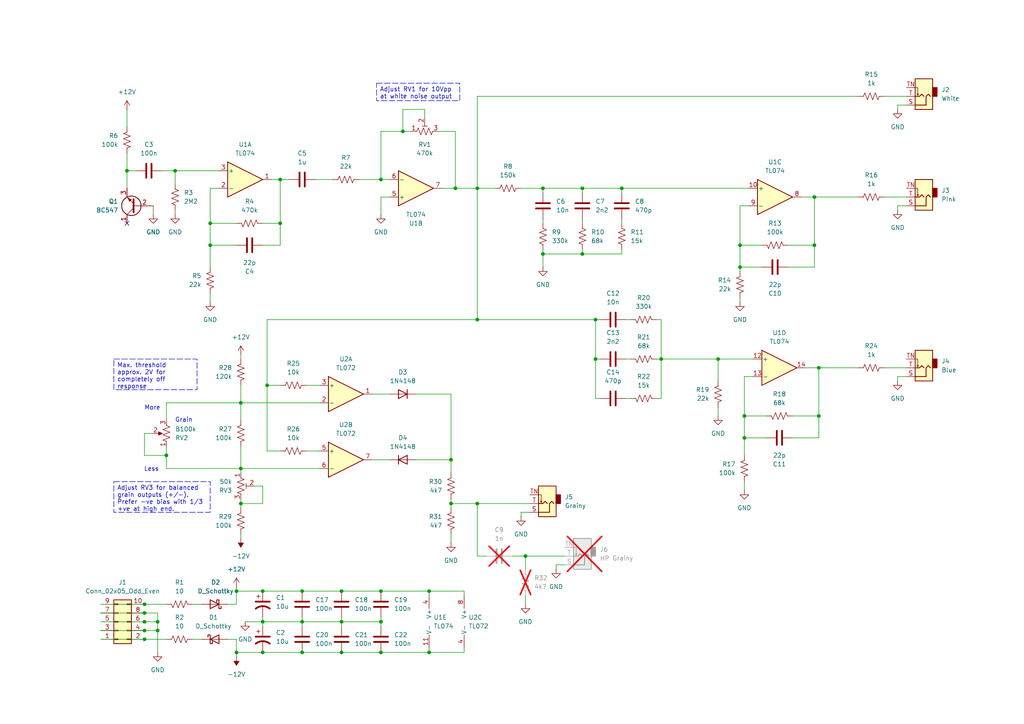
<source format=kicad_sch>
(kicad_sch (version 20231120) (generator "eeschema") (generator_version "8.0")
  (paper "A4")
  (title_block (title "Random Noise") (date "2025-03-09") (rev "1.1") (company "idyllm") (comment 1 "CC BY-SA 4.0") (comment 2 "References: MFOS, Eddy Bergman, Moritz Klein"))
  (lib_symbols
    (symbol "Amplifier_Operational:TL072" (pin_names (offset 0.127))
      (property "Reference" "U" (at 0 5.08 0))
      (property "Value" "TL072" (at 0 -5.08 0))
      (symbol "TL072_1_1"
        (pin output line (at 7.62 0 180) (length 2.54) (name "~") (number "1"))
        (pin input line (at -7.62 -2.54 0) (length 2.54) (name "-") (number "2"))
        (pin input line (at -7.62 2.54 0) (length 2.54) (name "+") (number "3"))
      )
      (symbol "TL072_2_1"
        (pin input line (at -7.62 2.54 0) (length 2.54) (name "+") (number "5"))
        (pin input line (at -7.62 -2.54 0) (length 2.54) (name "-") (number "6"))
        (pin output line (at 7.62 0 180) (length 2.54) (name "~") (number "7"))
      )
      (symbol "TL072_3_1"
        (pin power_in line (at -2.54 -7.62 90) (length 3.81) (name "V-") (number "4"))
        (pin power_in line (at -2.54 7.62 270) (length 3.81) (name "V+") (number "8"))
      )
    )
    (symbol "Amplifier_Operational:TL074" (pin_names (offset 0.127))
      (property "Reference" "U" (at 0 5.08 0))
      (property "Value" "TL074" (at 0 -5.08 0))
      (symbol "TL074_1_1"
        (pin output line (at 7.62 0 180) (length 2.54) (name "~") (number "1"))
        (pin input line (at -7.62 -2.54 0) (length 2.54) (name "-") (number "2"))
        (pin input line (at -7.62 2.54 0) (length 2.54) (name "+") (number "3"))
      )
      (symbol "TL074_2_1"
        (pin input line (at -7.62 2.54 0) (length 2.54) (name "+") (number "5"))
        (pin input line (at -7.62 -2.54 0) (length 2.54) (name "-") (number "6"))
        (pin output line (at 7.62 0 180) (length 2.54) (name "~") (number "7"))
      )
      (symbol "TL074_3_1"
        (pin input line (at -7.62 2.54 0) (length 2.54) (name "+") (number "10"))
        (pin output line (at 7.62 0 180) (length 2.54) (name "~") (number "8"))
        (pin input line (at -7.62 -2.54 0) (length 2.54) (name "-") (number "9"))
      )
      (symbol "TL074_4_1"
        (pin input line (at -7.62 2.54 0) (length 2.54) (name "+") (number "12"))
        (pin input line (at -7.62 -2.54 0) (length 2.54) (name "-") (number "13"))
        (pin output line (at 7.62 0 180) (length 2.54) (name "~") (number "14"))
      )
      (symbol "TL074_5_1"
        (pin power_in line (at -2.54 -7.62 90) (length 3.81) (name "V-") (number "11"))
        (pin power_in line (at -2.54 7.62 270) (length 3.81) (name "V+") (number "4"))
      )
    )
    (symbol "Connector_Audio:AudioJack2_SwitchT"
      (property "Reference" "J" (at 0 8.89 0))
      (property "Value" "AudioJack2_SwitchT" (at 0 6.35 0))
      (symbol "AudioJack2_SwitchT_1_1"
        (pin passive line (at 5.08 2.54 180) (length 2.54) (name "~") (number "S"))
        (pin passive line (at 5.08 0 180) (length 2.54) (name "~") (number "T"))
        (pin passive line (at 5.08 -2.54 180) (length 2.54) (name "~") (number "TN"))
      )
    )
    (symbol "Connector_Generic:Conn_02x05_Odd_Even" (pin_names (offset 1.016) hide)
      (property "Reference" "J" (at 1.27 7.62 0))
      (property "Value" "Conn_02x05_Odd_Even" (at 1.27 -7.62 0))
      (symbol "Conn_02x05_Odd_Even_1_1"
        (pin passive line (at -5.08 5.08 0) (length 3.81) (name "Pin_1") (number "1"))
        (pin passive line (at 7.62 -5.08 180) (length 3.81) (name "Pin_10") (number "10"))
        (pin passive line (at 7.62 5.08 180) (length 3.81) (name "Pin_2") (number "2"))
        (pin passive line (at -5.08 2.54 0) (length 3.81) (name "Pin_3") (number "3"))
        (pin passive line (at 7.62 2.54 180) (length 3.81) (name "Pin_4") (number "4"))
        (pin passive line (at -5.08 0 0) (length 3.81) (name "Pin_5") (number "5"))
        (pin passive line (at 7.62 0 180) (length 3.81) (name "Pin_6") (number "6"))
        (pin passive line (at -5.08 -2.54 0) (length 3.81) (name "Pin_7") (number "7"))
        (pin passive line (at 7.62 -2.54 180) (length 3.81) (name "Pin_8") (number "8"))
        (pin passive line (at -5.08 -5.08 0) (length 3.81) (name "Pin_9") (number "9"))
      )
    )
    (symbol "Device:C" (pin_numbers hide) (pin_names (offset 0.254))
      (property "Reference" "C" (at 0.635 2.54 0))
      (property "Value" "C" (at 0.635 -2.54 0))
      (symbol "C_1_1"
        (pin passive line (at 0 3.81 270) (length 2.794) (name "~") (number "1"))
        (pin passive line (at 0 -3.81 90) (length 2.794) (name "~") (number "2"))
      )
    )
    (symbol "Device:C_Polarized_US" (pin_numbers hide) (pin_names (offset 0.254) hide)
      (property "Reference" "C" (at 0.635 2.54 0))
      (property "Value" "C_Polarized_US" (at 0.635 -2.54 0))
      (symbol "C_Polarized_US_1_1"
        (pin passive line (at 0 3.81 270) (length 2.794) (name "~") (number "1"))
        (pin passive line (at 0 -3.81 90) (length 3.302) (name "~") (number "2"))
      )
    )
    (symbol "Device:D_Schottky" (pin_numbers hide) (pin_names (offset 1.016) hide)
      (property "Reference" "D" (at 0 2.54 0))
      (property "Value" "D_Schottky" (at 0 -2.54 0))
      (symbol "D_Schottky_1_1"
        (pin passive line (at -3.81 0 0) (length 2.54) (name "K") (number "1"))
        (pin passive line (at 3.81 0 180) (length 2.54) (name "A") (number "2"))
      )
    )
    (symbol "Device:R_Potentiometer_Trim_US" (pin_names (offset 1.016) hide)
      (property "Reference" "RV" (at -4.445 0 90))
      (property "Value" "R_Potentiometer_Trim_US" (at -2.54 0 90))
      (symbol "R_Potentiometer_Trim_US_1_1"
        (pin passive line (at 0 3.81 270) (length 1.27) (name "1") (number "1"))
        (pin passive line (at 3.81 0 180) (length 1.27) (name "2") (number "2"))
        (pin passive line (at 0 -3.81 90) (length 1.27) (name "3") (number "3"))
      )
    )
    (symbol "Device:R_Potentiometer_US" (pin_names (offset 1.016) hide)
      (property "Reference" "RV" (at -4.445 0 90))
      (property "Value" "R_Potentiometer_US" (at -2.54 0 90))
      (symbol "R_Potentiometer_US_1_1"
        (pin passive line (at 0 3.81 270) (length 1.27) (name "1") (number "1"))
        (pin passive line (at 3.81 0 180) (length 1.27) (name "2") (number "2"))
        (pin passive line (at 0 -3.81 90) (length 1.27) (name "3") (number "3"))
      )
    )
    (symbol "Device:R_US" (pin_numbers hide) (pin_names (offset 0))
      (property "Reference" "R" (at 2.54 0 90))
      (property "Value" "R_US" (at -2.54 0 90))
      (symbol "R_US_1_1"
        (pin passive line (at 0 3.81 270) (length 1.27) (name "~") (number "1"))
        (pin passive line (at 0 -3.81 90) (length 1.27) (name "~") (number "2"))
      )
    )
    (symbol "Diode:1N4148" (pin_numbers hide) (pin_names hide)
      (property "Reference" "D" (at 0 2.54 0))
      (property "Value" "1N4148" (at 0 -2.54 0))
      (symbol "1N4148_1_1"
        (pin passive line (at -3.81 0 0) (length 2.54) (name "K") (number "1"))
        (pin passive line (at 3.81 0 180) (length 2.54) (name "A") (number "2"))
      )
    )
    (symbol "Transistor_BJT:BC547" (pin_names (offset 0) hide)
      (property "Reference" "Q" (at 5.08 1.905 0))
      (property "Value" "BC547" (at 5.08 0 0))
      (symbol "BC547_1_1"
        (pin passive line (at 2.54 5.08 270) (length 2.54) (name "C") (number "1"))
        (pin input line (at -5.08 0 0) (length 5.08) (name "B") (number "2"))
        (pin passive line (at 2.54 -5.08 90) (length 2.54) (name "E") (number "3"))
      )
    )
    (symbol "power:+12V" (power) (pin_numbers hide) (pin_names (offset 0) hide)
      (property "Value" "+12V" (at 0 3.556 0))
      (symbol "+12V_1_1"
        (pin power_in line (at 0 0 90) (length 0) (name "~") (number "1"))
      )
    )
    (symbol "power:-12V" (power) (pin_numbers hide) (pin_names (offset 0) hide)
      (property "Value" "-12V" (at 0 3.556 0))
      (symbol "-12V_0_0"
        (pin power_in line (at 0 0 90) (length 0) (name "~") (number "1"))
      )
    )
    (symbol "power:GND" (power) (pin_numbers hide) (pin_names (offset 0) hide)
      (property "Value" "GND" (at 0 -3.81 0))
      (symbol "GND_1_1"
        (pin power_in line (at 0 0 270) (length 0) (name "~") (number "1"))
      )
    )
  )
  (junction (at 191.77 104.14))
  (junction (at 124.46 171.45))
  (junction (at 87.63 171.45))
  (junction (at 45.72 182.88))
  (junction (at 168.91 73.66))
  (junction (at 157.48 73.66))
  (junction (at 68.58 189.23))
  (junction (at 168.91 54.61))
  (junction (at 76.2 189.23))
  (junction (at 81.28 64.77))
  (junction (at 41.91 177.8))
  (junction (at 110.49 171.45))
  (junction (at 138.43 54.61))
  (junction (at 180.34 54.61))
  (junction (at 81.28 52.07))
  (junction (at 172.72 92.71))
  (junction (at 116.84 38.1))
  (junction (at 99.06 189.23))
  (junction (at 45.72 180.34))
  (junction (at 157.48 54.61))
  (junction (at 68.58 171.45))
  (junction (at 138.43 146.05))
  (junction (at 60.96 71.12))
  (junction (at 50.8 49.53))
  (junction (at 41.91 185.42))
  (junction (at 237.49 120.65))
  (junction (at 215.9 120.65))
  (junction (at 236.22 71.12))
  (junction (at 110.49 52.07))
  (junction (at 41.91 175.26))
  (junction (at 76.2 180.34))
  (junction (at 99.06 180.34))
  (junction (at 60.96 64.77))
  (junction (at 76.2 171.45))
  (junction (at 87.63 189.23))
  (junction (at 236.22 57.15))
  (junction (at 214.63 71.12))
  (junction (at 41.91 180.34))
  (junction (at 69.85 146.05))
  (junction (at 110.49 189.23))
  (junction (at 138.43 92.71))
  (junction (at 36.83 49.53))
  (junction (at 130.81 133.35))
  (junction (at 48.26 132.08))
  (junction (at 237.49 106.68))
  (junction (at 41.91 182.88))
  (junction (at 132.08 54.61))
  (junction (at 69.85 135.89))
  (junction (at 99.06 171.45))
  (junction (at 124.46 189.23))
  (junction (at 152.4 161.29))
  (junction (at 110.49 180.34))
  (junction (at 77.47 111.76))
  (junction (at 208.28 104.14))
  (junction (at 87.63 180.34))
  (junction (at 215.9 127))
  (junction (at 69.85 116.84))
  (junction (at 214.63 77.47))
  (junction (at 172.72 104.14))
  (junction (at 130.81 146.05))
  (no_connect (at 36.83 64.77))
  (wire (pts (xy 36.83 54.61) (xy 36.83 49.53)))
  (wire (pts (xy 69.85 111.76) (xy 69.85 116.84)))
  (wire (pts (xy 41.91 175.26) (xy 48.26 175.26)))
  (wire (pts (xy 45.72 180.34) (xy 45.72 177.8)))
  (wire (pts (xy 214.63 59.69) (xy 214.63 71.12)))
  (wire (pts (xy 181.61 92.71) (xy 182.88 92.71)))
  (wire (pts (xy 36.83 49.53) (xy 39.37 49.53)))
  (wire (pts (xy 180.34 73.66) (xy 180.34 72.39)))
  (wire (pts (xy 214.63 59.69) (xy 217.17 59.69)))
  (wire (pts (xy 68.58 171.45) (xy 68.58 170.18)))
  (wire (pts (xy 173.99 92.71) (xy 172.72 92.71)))
  (wire (pts (xy 68.58 189.23) (xy 76.2 189.23)))
  (wire (pts (xy 66.04 175.26) (xy 68.58 175.26)))
  (wire (pts (xy 215.9 109.22) (xy 215.9 120.65)))
  (wire (pts (xy 214.63 71.12) (xy 220.98 71.12)))
  (wire (pts (xy 124.46 189.23) (xy 110.49 189.23)))
  (wire (pts (xy 77.47 111.76) (xy 77.47 130.81)))
  (wire (pts (xy 71.12 180.34) (xy 76.2 180.34)))
  (wire (pts (xy 88.9 111.76) (xy 92.71 111.76)))
  (wire (pts (xy 152.4 161.29) (xy 152.4 165.1)))
  (wire (pts (xy 87.63 181.61) (xy 87.63 180.34)))
  (wire (pts (xy 232.41 57.15) (xy 236.22 57.15)))
  (wire (pts (xy 68.58 185.42) (xy 68.58 189.23)))
  (wire (pts (xy 191.77 92.71) (xy 191.77 104.14)))
  (wire (pts (xy 191.77 104.14) (xy 208.28 104.14)))
  (wire (pts (xy 130.81 146.05) (xy 138.43 146.05)))
  (wire (pts (xy 107.95 114.3) (xy 113.03 114.3)))
  (wire (pts (xy 110.49 62.23) (xy 110.49 57.15)))
  (wire (pts (xy 77.47 130.81) (xy 81.28 130.81)))
  (wire (pts (xy 55.88 185.42) (xy 58.42 185.42)))
  (wire (pts (xy 168.91 63.5) (xy 168.91 64.77)))
  (wire (pts (xy 76.2 140.97) (xy 76.2 146.05)))
  (wire (pts (xy 68.58 175.26) (xy 68.58 171.45)))
  (wire (pts (xy 237.49 106.68) (xy 233.68 106.68)))
  (wire (pts (xy 69.85 116.84) (xy 92.71 116.84)))
  (wire (pts (xy 116.84 31.75) (xy 116.84 38.1)))
  (wire (pts (xy 168.91 55.88) (xy 168.91 54.61)))
  (wire (pts (xy 180.34 55.88) (xy 180.34 54.61)))
  (wire (pts (xy 181.61 104.14) (xy 182.88 104.14)))
  (wire (pts (xy 138.43 92.71) (xy 172.72 92.71)))
  (wire (pts (xy 87.63 189.23) (xy 99.06 189.23)))
  (wire (pts (xy 218.44 109.22) (xy 215.9 109.22)))
  (wire (pts (xy 76.2 189.23) (xy 87.63 189.23)))
  (wire (pts (xy 76.2 64.77) (xy 81.28 64.77)))
  (wire (pts (xy 60.96 54.61) (xy 63.5 54.61)))
  (wire (pts (xy 41.91 180.34) (xy 45.72 180.34)))
  (wire (pts (xy 99.06 180.34) (xy 110.49 180.34)))
  (wire (pts (xy 60.96 64.77) (xy 68.58 64.77)))
  (wire (pts (xy 134.62 187.96) (xy 134.62 189.23)))
  (wire (pts (xy 110.49 179.07) (xy 110.49 180.34)))
  (wire (pts (xy 91.44 52.07) (xy 96.52 52.07)))
  (wire (pts (xy 191.77 115.57) (xy 190.5 115.57)))
  (wire (pts (xy 110.49 38.1) (xy 116.84 38.1)))
  (wire (pts (xy 44.45 62.23) (xy 44.45 59.69)))
  (wire (pts (xy 180.34 54.61) (xy 217.17 54.61)))
  (wire (pts (xy 48.26 132.08) (xy 48.26 129.54)))
  (wire (pts (xy 81.28 52.07) (xy 81.28 64.77)))
  (wire (pts (xy 87.63 171.45) (xy 99.06 171.45)))
  (wire (pts (xy 48.26 135.89) (xy 48.26 132.08)))
  (wire (pts (xy 236.22 57.15) (xy 248.92 57.15)))
  (wire (pts (xy 99.06 180.34) (xy 99.06 179.07)))
  (wire (pts (xy 116.84 31.75) (xy 123.19 31.75)))
  (wire (pts (xy 148.59 161.29) (xy 152.4 161.29)))
  (wire (pts (xy 140.97 161.29) (xy 138.43 161.29)))
  (wire (pts (xy 99.06 181.61) (xy 99.06 180.34)))
  (wire (pts (xy 60.96 87.63) (xy 60.96 85.09)))
  (wire (pts (xy 110.49 180.34) (xy 110.49 181.61)))
  (wire (pts (xy 151.13 148.59) (xy 151.13 149.86)))
  (wire (pts (xy 138.43 146.05) (xy 138.43 161.29)))
  (wire (pts (xy 256.54 57.15) (xy 262.89 57.15)))
  (wire (pts (xy 214.63 77.47) (xy 220.98 77.47)))
  (wire (pts (xy 157.48 73.66) (xy 168.91 73.66)))
  (wire (pts (xy 215.9 142.24) (xy 215.9 139.7)))
  (wire (pts (xy 76.2 146.05) (xy 69.85 146.05)))
  (wire (pts (xy 69.85 116.84) (xy 69.85 121.92)))
  (wire (pts (xy 237.49 120.65) (xy 237.49 127)))
  (wire (pts (xy 55.88 175.26) (xy 58.42 175.26)))
  (wire (pts (xy 46.99 49.53) (xy 50.8 49.53)))
  (wire (pts (xy 138.43 54.61) (xy 138.43 92.71)))
  (wire (pts (xy 48.26 121.92) (xy 48.26 116.84)))
  (wire (pts (xy 138.43 27.94) (xy 138.43 54.61)))
  (wire (pts (xy 134.62 172.72) (xy 134.62 171.45)))
  (wire (pts (xy 152.4 161.29) (xy 163.83 161.29)))
  (wire (pts (xy 110.49 52.07) (xy 113.03 52.07)))
  (wire (pts (xy 260.35 109.22) (xy 260.35 110.49)))
  (wire (pts (xy 215.9 127) (xy 222.25 127)))
  (wire (pts (xy 50.8 49.53) (xy 50.8 53.34)))
  (wire (pts (xy 134.62 189.23) (xy 124.46 189.23)))
  (wire (pts (xy 130.81 137.16) (xy 130.81 133.35)))
  (wire (pts (xy 132.08 54.61) (xy 128.27 54.61)))
  (wire (pts (xy 168.91 73.66) (xy 180.34 73.66)))
  (wire (pts (xy 68.58 189.23) (xy 68.58 190.5)))
  (wire (pts (xy 215.9 132.08) (xy 215.9 127)))
  (wire (pts (xy 50.8 49.53) (xy 63.5 49.53)))
  (wire (pts (xy 262.89 30.48) (xy 260.35 30.48)))
  (wire (pts (xy 256.54 27.94) (xy 262.89 27.94)))
  (wire (pts (xy 41.91 182.88) (xy 45.72 182.88)))
  (wire (pts (xy 41.91 125.73) (xy 41.91 132.08)))
  (wire (pts (xy 127 38.1) (xy 132.08 38.1)))
  (wire (pts (xy 69.85 135.89) (xy 92.71 135.89)))
  (wire (pts (xy 73.66 140.97) (xy 76.2 140.97)))
  (wire (pts (xy 45.72 177.8) (xy 41.91 177.8)))
  (wire (pts (xy 36.83 31.75) (xy 36.83 36.83)))
  (wire (pts (xy 229.87 127) (xy 237.49 127)))
  (wire (pts (xy 81.28 52.07) (xy 78.74 52.07)))
  (wire (pts (xy 237.49 106.68) (xy 237.49 120.65)))
  (wire (pts (xy 110.49 57.15) (xy 113.03 57.15)))
  (wire (pts (xy 157.48 54.61) (xy 168.91 54.61)))
  (wire (pts (xy 163.83 163.83) (xy 161.29 163.83)))
  (wire (pts (xy 77.47 111.76) (xy 81.28 111.76)))
  (wire (pts (xy 76.2 180.34) (xy 87.63 180.34)))
  (wire (pts (xy 168.91 73.66) (xy 168.91 72.39)))
  (wire (pts (xy 29.21 180.34) (xy 41.91 180.34)))
  (wire (pts (xy 87.63 180.34) (xy 87.63 179.07)))
  (wire (pts (xy 237.49 106.68) (xy 248.92 106.68)))
  (wire (pts (xy 124.46 171.45) (xy 134.62 171.45)))
  (wire (pts (xy 130.81 144.78) (xy 130.81 146.05)))
  (wire (pts (xy 110.49 171.45) (xy 124.46 171.45)))
  (wire (pts (xy 69.85 102.87) (xy 69.85 104.14)))
  (wire (pts (xy 124.46 187.96) (xy 124.46 189.23)))
  (wire (pts (xy 228.6 71.12) (xy 236.22 71.12)))
  (wire (pts (xy 45.72 182.88) (xy 45.72 180.34)))
  (wire (pts (xy 248.92 27.94) (xy 138.43 27.94)))
  (wire (pts (xy 66.04 185.42) (xy 68.58 185.42)))
  (wire (pts (xy 48.26 135.89) (xy 69.85 135.89)))
  (wire (pts (xy 130.81 133.35) (xy 130.81 114.3)))
  (wire (pts (xy 260.35 30.48) (xy 260.35 31.75)))
  (wire (pts (xy 123.19 31.75) (xy 123.19 34.29)))
  (wire (pts (xy 68.58 171.45) (xy 76.2 171.45)))
  (wire (pts (xy 36.83 44.45) (xy 36.83 49.53)))
  (wire (pts (xy 157.48 63.5) (xy 157.48 64.77)))
  (wire (pts (xy 157.48 73.66) (xy 157.48 72.39)))
  (wire (pts (xy 69.85 156.21) (xy 69.85 154.94)))
  (wire (pts (xy 116.84 38.1) (xy 119.38 38.1)))
  (wire (pts (xy 99.06 171.45) (xy 110.49 171.45)))
  (wire (pts (xy 29.21 177.8) (xy 41.91 177.8)))
  (wire (pts (xy 60.96 71.12) (xy 68.58 71.12)))
  (wire (pts (xy 172.72 104.14) (xy 172.72 115.57)))
  (wire (pts (xy 181.61 115.57) (xy 182.88 115.57)))
  (wire (pts (xy 214.63 78.74) (xy 214.63 77.47)))
  (wire (pts (xy 215.9 127) (xy 215.9 120.65)))
  (wire (pts (xy 60.96 54.61) (xy 60.96 64.77)))
  (wire (pts (xy 260.35 59.69) (xy 260.35 60.96)))
  (wire (pts (xy 208.28 104.14) (xy 208.28 110.49)))
  (wire (pts (xy 120.65 133.35) (xy 130.81 133.35)))
  (wire (pts (xy 215.9 120.65) (xy 222.25 120.65)))
  (wire (pts (xy 236.22 57.15) (xy 236.22 71.12)))
  (wire (pts (xy 76.2 71.12) (xy 81.28 71.12)))
  (wire (pts (xy 69.85 129.54) (xy 69.85 135.89)))
  (wire (pts (xy 130.81 157.48) (xy 130.81 154.94)))
  (wire (pts (xy 69.85 144.78) (xy 69.85 146.05)))
  (wire (pts (xy 44.45 125.73) (xy 41.91 125.73)))
  (wire (pts (xy 124.46 171.45) (xy 124.46 172.72)))
  (wire (pts (xy 173.99 115.57) (xy 172.72 115.57)))
  (wire (pts (xy 69.85 147.32) (xy 69.85 146.05)))
  (wire (pts (xy 191.77 104.14) (xy 190.5 104.14)))
  (wire (pts (xy 88.9 130.81) (xy 92.71 130.81)))
  (wire (pts (xy 110.49 52.07) (xy 110.49 38.1)))
  (wire (pts (xy 151.13 54.61) (xy 157.48 54.61)))
  (wire (pts (xy 107.95 133.35) (xy 113.03 133.35)))
  (wire (pts (xy 81.28 52.07) (xy 83.82 52.07)))
  (wire (pts (xy 214.63 77.47) (xy 214.63 71.12)))
  (wire (pts (xy 41.91 132.08) (xy 48.26 132.08)))
  (wire (pts (xy 152.4 175.26) (xy 152.4 172.72)))
  (wire (pts (xy 172.72 92.71) (xy 172.72 104.14)))
  (wire (pts (xy 208.28 104.14) (xy 218.44 104.14)))
  (wire (pts (xy 50.8 62.23) (xy 50.8 60.96)))
  (wire (pts (xy 173.99 104.14) (xy 172.72 104.14)))
  (wire (pts (xy 236.22 71.12) (xy 236.22 77.47)))
  (wire (pts (xy 60.96 71.12) (xy 60.96 77.47)))
  (wire (pts (xy 99.06 189.23) (xy 110.49 189.23)))
  (wire (pts (xy 132.08 38.1) (xy 132.08 54.61)))
  (wire (pts (xy 161.29 163.83) (xy 161.29 165.1)))
  (wire (pts (xy 45.72 189.23) (xy 45.72 182.88)))
  (wire (pts (xy 29.21 182.88) (xy 41.91 182.88)))
  (wire (pts (xy 208.28 120.65) (xy 208.28 118.11)))
  (wire (pts (xy 104.14 52.07) (xy 110.49 52.07)))
  (wire (pts (xy 256.54 106.68) (xy 262.89 106.68)))
  (wire (pts (xy 228.6 77.47) (xy 236.22 77.47)))
  (wire (pts (xy 29.21 185.42) (xy 41.91 185.42)))
  (wire (pts (xy 81.28 71.12) (xy 81.28 64.77)))
  (wire (pts (xy 77.47 92.71) (xy 77.47 111.76)))
  (wire (pts (xy 191.77 104.14) (xy 191.77 115.57)))
  (wire (pts (xy 76.2 171.45) (xy 87.63 171.45)))
  (wire (pts (xy 143.51 54.61) (xy 138.43 54.61)))
  (wire (pts (xy 138.43 54.61) (xy 132.08 54.61)))
  (wire (pts (xy 48.26 116.84) (xy 69.85 116.84)))
  (wire (pts (xy 262.89 59.69) (xy 260.35 59.69)))
  (wire (pts (xy 87.63 180.34) (xy 99.06 180.34)))
  (wire (pts (xy 180.34 63.5) (xy 180.34 64.77)))
  (wire (pts (xy 76.2 180.34) (xy 76.2 181.61)))
  (wire (pts (xy 60.96 71.12) (xy 60.96 64.77)))
  (wire (pts (xy 157.48 77.47) (xy 157.48 73.66)))
  (wire (pts (xy 130.81 114.3) (xy 120.65 114.3)))
  (wire (pts (xy 229.87 120.65) (xy 237.49 120.65)))
  (wire (pts (xy 157.48 55.88) (xy 157.48 54.61)))
  (wire (pts (xy 262.89 109.22) (xy 260.35 109.22)))
  (wire (pts (xy 168.91 54.61) (xy 180.34 54.61)))
  (wire (pts (xy 29.21 175.26) (xy 41.91 175.26)))
  (wire (pts (xy 41.91 185.42) (xy 48.26 185.42)))
  (wire (pts (xy 69.85 135.89) (xy 69.85 137.16)))
  (wire (pts (xy 138.43 146.05) (xy 153.67 146.05)))
  (wire (pts (xy 76.2 179.07) (xy 76.2 180.34)))
  (wire (pts (xy 153.67 148.59) (xy 151.13 148.59)))
  (wire (pts (xy 214.63 87.63) (xy 214.63 86.36)))
  (wire (pts (xy 138.43 92.71) (xy 77.47 92.71)))
  (wire (pts (xy 130.81 146.05) (xy 130.81 147.32)))
  (wire (pts (xy 191.77 92.71) (xy 190.5 92.71)))
  (text_box "Adjust RV1 for 10Vpp at white noise output" (at 109.22 24.13 0) (size 24.13 5.08) (stroke (width 0) (type dash)) (effects (font (size 1.27 1.27)) (justify left top)))
  (text_box "Max. threshold approx. 2V for completely off response" (at 33.02 104.14 0) (size 24.13 8.89) (stroke (width 0) (type dash)) (effects (font (size 1.27 1.27)) (justify left top)))
  (text_box "Adjust RV3 for balanced grain outputs (+/-).\nPrefer -ve bias with 1/3 +ve at high end." (at 33.02 139.7 0) (size 27.94 8.89) (stroke (width 0) (type dash)) (effects (font (size 1.27 1.27)) (justify left top)))
  (text "Grain" (at 53.34 121.92 0) (effects (font (size 1.27 1.27))))
  (text "More" (at 44.196 118.364 0) (effects (font (size 1.27 1.27))))
  (text "Less" (at 43.942 136.144 0) (effects (font (size 1.27 1.27))))
  (symbol (lib_id "power:-12V") (at 69.85 156.21 180) (unit 1)
    (property "Reference" "#PWR018" (effects (hide yes)))
    (property "Value" "-12V" (at 69.85 161.29 0))
    (property "Description" "Power symbol creates a global label with name \"-12V\"" (effects (hide yes)))
  )
  (symbol (lib_id "Diode:1N4148") (at 116.84 133.35 0) (unit 1)
    (property "Reference" "D4" (at 116.84 127 0))
    (property "Value" "1N4148" (at 116.84 129.54 0))
    (property "Footprint" "Diode_THT:D_DO-35_SOD27_P7.62mm_Horizontal" (effects (hide yes)))
    (property "Datasheet" "https://assets.nexperia.com/documents/data-sheet/1N4148_1N4448.pdf" (effects (hide yes)))
    (property "Description" "100V 0.15A standard switching diode, DO-35" (effects (hide yes)))
    (property "Sim.Device" "D" (effects (hide yes)))
    (property "Sim.Pins" "1=K 2=A" (effects (hide yes)))
  )
  (symbol (lib_id "Device:R_US") (at 100.33 52.07 90) (unit 1)
    (property "Reference" "R7" (at 100.33 45.72 90))
    (property "Value" "22k" (at 100.33 48.26 90))
    (property "Footprint" "Resistor_THT:R_Axial_DIN0204_L3.6mm_D1.6mm_P2.54mm_Vertical" (effects (hide yes)))
    (property "Description" "Resistor, US symbol" (effects (hide yes)))
  )
  (symbol (lib_id "power:+12V") (at 68.58 170.18 0) (unit 1)
    (property "Reference" "#PWR03" (effects (hide yes)))
    (property "Value" "+12V" (at 68.58 165.1 0))
    (property "Description" "Power symbol creates a global label with name \"+12V\"" (effects (hide yes)))
  )
  (symbol (lib_id "Device:C") (at 110.49 185.42 180) (unit 1)
    (property "Reference" "C22" (at 114.3 184.1499 0) (effects (justify right)))
    (property "Value" "100n" (at 114.3 186.6899 0) (effects (justify right)))
    (property "Footprint" "Capacitor_THT:C_Disc_D5.0mm_W2.5mm_P5.00mm" (effects (hide yes)))
    (property "Description" "Unpolarized capacitor" (effects (hide yes)))
  )
  (symbol (lib_id "Connector_Audio:AudioJack2_SwitchT") (at 168.91 161.29 180) (unit 1) (dnp yes)
    (property "Reference" "J6" (at 173.99 159.3849 0) (effects (justify right)))
    (property "Value" "HP Grainy" (at 173.99 161.9249 0) (effects (justify right)))
    (property "Footprint" "AudioJacks:Jack_3.5mm_QingPu_WQP-PJ323M_Horizontal" (effects (hide yes)))
    (property "Description" "Audio Jack, 2 Poles (Mono / TS), Switched T Pole (Normalling)" (effects (hide yes)))
  )
  (symbol (lib_id "Device:C") (at 99.06 175.26 180) (unit 1)
    (property "Reference" "C18" (at 102.87 173.9899 0) (effects (justify right)))
    (property "Value" "100n" (at 102.87 176.5299 0) (effects (justify right)))
    (property "Footprint" "Capacitor_THT:C_Disc_D5.0mm_W2.5mm_P5.00mm" (effects (hide yes)))
    (property "Description" "Unpolarized capacitor" (effects (hide yes)))
  )
  (symbol (lib_id "Device:D_Schottky") (at 62.23 185.42 0) (unit 1)
    (property "Reference" "D1" (at 61.9125 179.07 0))
    (property "Value" "D_Schottky" (at 61.9125 181.61 0))
    (property "Footprint" "Diode_THT:D_DO-41_SOD81_P3.81mm_Vertical_AnodeUp" (effects (hide yes)))
    (property "Description" "Schottky diode" (effects (hide yes)))
  )
  (symbol (lib_id "Device:C") (at 43.18 49.53 90) (unit 1)
    (property "Reference" "C3" (at 43.18 41.91 90))
    (property "Value" "100n" (at 43.18 44.45 90))
    (property "Footprint" "Capacitor_THT:C_Disc_D5.0mm_W2.5mm_P5.00mm" (effects (hide yes)))
    (property "Description" "Unpolarized capacitor" (effects (hide yes)))
  )
  (symbol (lib_id "power:GND") (at 157.48 77.47 0) (unit 1)
    (property "Reference" "#PWR010" (effects (hide yes)))
    (property "Value" "GND" (at 157.48 82.55 0))
    (property "Description" "Power symbol creates a global label with name \"GND\" , ground" (effects (hide yes)))
  )
  (symbol (lib_id "Device:C") (at 87.63 185.42 180) (unit 1)
    (property "Reference" "C20" (at 91.44 184.1499 0) (effects (justify right)))
    (property "Value" "100n" (at 91.44 186.6899 0) (effects (justify right)))
    (property "Footprint" "Capacitor_THT:C_Disc_D5.0mm_W2.5mm_P5.00mm" (effects (hide yes)))
    (property "Description" "Unpolarized capacitor" (effects (hide yes)))
  )
  (symbol (lib_id "Amplifier_Operational:TL072") (at 100.33 133.35 0) (unit 2)
    (property "Reference" "U2" (at 100.33 123.19 0))
    (property "Value" "TL072" (at 100.33 125.73 0))
    (property "Footprint" "Package_DIP:DIP-8_W7.62mm_Socket" (effects (hide yes)))
    (property "Datasheet" "http://www.ti.com/lit/ds/symlink/tl071.pdf" (effects (hide yes)))
    (property "Description" "Dual Low-Noise JFET-Input Operational Amplifiers, DIP-8/SOIC-8" (effects (hide yes)))
  )
  (symbol (lib_id "Device:R_US") (at 152.4 168.91 0) (unit 1) (dnp yes)
    (property "Reference" "R32" (at 154.94 167.6399 0) (effects (justify left)))
    (property "Value" "4k7" (at 154.94 170.1799 0) (effects (justify left)))
    (property "Footprint" "Resistor_THT:R_Axial_DIN0204_L3.6mm_D1.6mm_P2.54mm_Vertical" (effects (hide yes)))
    (property "Description" "Resistor, US symbol" (effects (hide yes)))
  )
  (symbol (lib_id "power:GND") (at 151.13 149.86 0) (unit 1)
    (property "Reference" "#PWR019" (effects (hide yes)))
    (property "Value" "GND" (at 151.13 154.94 0))
    (property "Description" "Power symbol creates a global label with name \"GND\" , ground" (effects (hide yes)))
  )
  (symbol (lib_id "Device:C") (at 87.63 175.26 180) (unit 1)
    (property "Reference" "C17" (at 91.44 173.9899 0) (effects (justify right)))
    (property "Value" "100n" (at 91.44 176.5299 0) (effects (justify right)))
    (property "Footprint" "Capacitor_THT:C_Disc_D5.0mm_W2.5mm_P5.00mm" (effects (hide yes)))
    (property "Description" "Unpolarized capacitor" (effects (hide yes)))
  )
  (symbol (lib_id "Device:R_US") (at 69.85 107.95 0) (mirror y) (unit 1)
    (property "Reference" "R28" (at 67.31 106.6799 0) (effects (justify left)))
    (property "Value" "120k" (at 67.31 109.2199 0) (effects (justify left)))
    (property "Footprint" "Resistor_THT:R_Axial_DIN0204_L3.6mm_D1.6mm_P7.62mm_Horizontal" (effects (hide yes)))
    (property "Description" "Resistor, US symbol" (effects (hide yes)))
  )
  (symbol (lib_id "Device:C") (at 87.63 52.07 90) (unit 1)
    (property "Reference" "C5" (at 87.63 44.45 90))
    (property "Value" "1u" (at 87.63 46.99 90))
    (property "Footprint" "Capacitor_THT:C_Disc_D5.0mm_W2.5mm_P5.00mm" (effects (hide yes)))
    (property "Description" "Unpolarized capacitor" (effects (hide yes)))
  )
  (symbol (lib_id "Amplifier_Operational:TL074") (at 127 180.34 0) (unit 5)
    (property "Reference" "U1" (at 125.73 179.0699 0) (effects (justify left)))
    (property "Value" "TL074" (at 125.73 181.6099 0) (effects (justify left)))
    (property "Footprint" "Package_DIP:DIP-14_W7.62mm_Socket" (effects (hide yes)))
    (property "Datasheet" "http://www.ti.com/lit/ds/symlink/tl071.pdf" (effects (hide yes)))
    (property "Description" "Quad Low-Noise JFET-Input Operational Amplifiers, DIP-14/SOIC-14" (effects (hide yes)))
  )
  (symbol (lib_id "Device:R_US") (at 147.32 54.61 90) (unit 1)
    (property "Reference" "R8" (at 147.32 48.26 90))
    (property "Value" "150k" (at 147.32 50.8 90))
    (property "Footprint" "Resistor_THT:R_Axial_DIN0204_L3.6mm_D1.6mm_P2.54mm_Vertical" (effects (hide yes)))
    (property "Description" "Resistor, US symbol" (effects (hide yes)))
  )
  (symbol (lib_id "Device:R_US") (at 69.85 125.73 0) (mirror y) (unit 1)
    (property "Reference" "R27" (at 67.31 124.4599 0) (effects (justify left)))
    (property "Value" "100k" (at 67.31 126.9999 0) (effects (justify left)))
    (property "Footprint" "Resistor_THT:R_Axial_DIN0207_L6.3mm_D2.5mm_P10.16mm_Horizontal" (effects (hide yes)))
    (property "Description" "Resistor, US symbol" (effects (hide yes)))
  )
  (symbol (lib_id "Amplifier_Operational:TL074") (at 71.12 52.07 0) (unit 1)
    (property "Reference" "U1" (at 71.12 41.91 0))
    (property "Value" "TL074" (at 71.12 44.45 0))
    (property "Footprint" "Package_DIP:DIP-14_W7.62mm_Socket" (effects (hide yes)))
    (property "Datasheet" "http://www.ti.com/lit/ds/symlink/tl071.pdf" (effects (hide yes)))
    (property "Description" "Quad Low-Noise JFET-Input Operational Amplifiers, DIP-14/SOIC-14" (effects (hide yes)))
  )
  (symbol (lib_id "Device:R_Potentiometer_Trim_US") (at 69.85 140.97 0) (unit 1)
    (property "Reference" "RV3" (at 67.31 142.2401 0) (effects (justify right)))
    (property "Value" "50k" (at 67.31 139.7001 0) (effects (justify right)))
    (property "Footprint" "Potentiometer_THT:Potentiometer_Piher_PT-6-V_Vertical" (effects (hide yes)))
    (property "Description" "Trim-potentiometer, US symbol" (effects (hide yes)))
  )
  (symbol (lib_id "Connector_Audio:AudioJack2_SwitchT") (at 267.97 57.15 180) (unit 1)
    (property "Reference" "J3" (at 273.05 55.2449 0) (effects (justify right)))
    (property "Value" "Pink" (at 273.05 57.7849 0) (effects (justify right)))
    (property "Footprint" "AudioJacks:Jack_3.5mm_QingPu_WQP-PJ323M_Horizontal" (effects (hide yes)))
    (property "Description" "Audio Jack, 2 Poles (Mono / TS), Switched T Pole (Normalling)" (effects (hide yes)))
  )
  (symbol (lib_id "Device:C") (at 144.78 161.29 270) (mirror x) (unit 1) (dnp yes)
    (property "Reference" "C9" (at 144.78 153.67 90))
    (property "Value" "1n" (at 144.78 156.21 90))
    (property "Footprint" "Capacitor_THT:C_Rect_L7.0mm_W3.5mm_P5.00mm" (effects (hide yes)))
    (property "Description" "Unpolarized capacitor" (effects (hide yes)))
  )
  (symbol (lib_id "Device:C") (at 72.39 71.12 90) (mirror x) (unit 1)
    (property "Reference" "C4" (at 72.39 78.74 90))
    (property "Value" "22p" (at 72.39 76.2 90))
    (property "Footprint" "Capacitor_THT:C_Disc_D5.0mm_W2.5mm_P5.00mm" (effects (hide yes)))
    (property "Description" "Unpolarized capacitor" (effects (hide yes)))
  )
  (symbol (lib_id "Device:R_US") (at 50.8 57.15 0) (unit 1)
    (property "Reference" "R3" (at 53.34 55.8799 0) (effects (justify left)))
    (property "Value" "2M2" (at 53.34 58.4199 0) (effects (justify left)))
    (property "Footprint" "Resistor_THT:R_Axial_DIN0204_L3.6mm_D1.6mm_P2.54mm_Vertical" (effects (hide yes)))
    (property "Description" "Resistor, US symbol" (effects (hide yes)))
  )
  (symbol (lib_id "power:GND") (at 214.63 87.63 0) (unit 1)
    (property "Reference" "#PWR011" (effects (hide yes)))
    (property "Value" "GND" (at 214.63 92.71 0))
    (property "Description" "Power symbol creates a global label with name \"GND\" , ground" (effects (hide yes)))
  )
  (symbol (lib_id "Device:R_US") (at 85.09 130.81 90) (unit 1)
    (property "Reference" "R26" (at 85.09 124.46 90))
    (property "Value" "10k" (at 85.09 127 90))
    (property "Footprint" "Resistor_THT:R_Axial_DIN0204_L3.6mm_D1.6mm_P2.54mm_Vertical" (effects (hide yes)))
    (property "Description" "Resistor, US symbol" (effects (hide yes)))
  )
  (symbol (lib_id "Device:C") (at 177.8 115.57 270) (mirror x) (unit 1)
    (property "Reference" "C14" (at 177.8 107.95 90))
    (property "Value" "470p" (at 177.8 110.49 90))
    (property "Footprint" "Capacitor_THT:C_Disc_D4.7mm_W2.5mm_P5.00mm" (effects (hide yes)))
    (property "Description" "Unpolarized capacitor" (effects (hide yes)))
  )
  (symbol (lib_id "Amplifier_Operational:TL072") (at 137.16 180.34 0) (unit 3)
    (property "Reference" "U2" (at 135.89 179.0699 0) (effects (justify left)))
    (property "Value" "TL072" (at 135.89 181.6099 0) (effects (justify left)))
    (property "Footprint" "Package_DIP:DIP-8_W7.62mm_Socket" (effects (hide yes)))
    (property "Datasheet" "http://www.ti.com/lit/ds/symlink/tl071.pdf" (effects (hide yes)))
    (property "Description" "Dual Low-Noise JFET-Input Operational Amplifiers, DIP-8/SOIC-8" (effects (hide yes)))
  )
  (symbol (lib_id "Device:C_Polarized_US") (at 76.2 175.26 0) (unit 1)
    (property "Reference" "C1" (at 80.01 173.3549 0) (effects (justify left)))
    (property "Value" "10u" (at 80.01 175.8949 0) (effects (justify left)))
    (property "Footprint" "Capacitor_THT:CP_Radial_D5.0mm_P2.50mm" (effects (hide yes)))
    (property "Description" "Polarized capacitor, US symbol" (effects (hide yes)))
  )
  (symbol (lib_id "Amplifier_Operational:TL072") (at 100.33 114.3 0) (unit 1)
    (property "Reference" "U2" (at 100.33 104.14 0))
    (property "Value" "TL072" (at 100.33 106.68 0))
    (property "Footprint" "Package_DIP:DIP-8_W7.62mm_Socket" (effects (hide yes)))
    (property "Datasheet" "http://www.ti.com/lit/ds/symlink/tl071.pdf" (effects (hide yes)))
    (property "Description" "Dual Low-Noise JFET-Input Operational Amplifiers, DIP-8/SOIC-8" (effects (hide yes)))
  )
  (symbol (lib_id "power:GND") (at 110.49 62.23 0) (unit 1)
    (property "Reference" "#PWR09" (effects (hide yes)))
    (property "Value" "GND" (at 110.49 67.31 0))
    (property "Description" "Power symbol creates a global label with name \"GND\" , ground" (effects (hide yes)))
  )
  (symbol (lib_id "Device:R_US") (at 72.39 64.77 90) (mirror x) (unit 1)
    (property "Reference" "R4" (at 72.39 58.42 90))
    (property "Value" "470k" (at 72.39 60.96 90))
    (property "Footprint" "Resistor_THT:R_Axial_DIN0204_L3.6mm_D1.6mm_P2.54mm_Vertical" (effects (hide yes)))
    (property "Description" "Resistor, US symbol" (effects (hide yes)))
  )
  (symbol (lib_id "power:GND") (at 45.72 189.23 0) (unit 1)
    (property "Reference" "#PWR02" (effects (hide yes)))
    (property "Value" "GND" (at 45.72 194.31 0))
    (property "Description" "Power symbol creates a global label with name \"GND\" , ground" (effects (hide yes)))
  )
  (symbol (lib_id "Device:C") (at 180.34 59.69 180) (unit 1)
    (property "Reference" "C8" (at 184.15 58.4199 0) (effects (justify right)))
    (property "Value" "470p" (at 184.15 60.9599 0) (effects (justify right)))
    (property "Footprint" "Capacitor_THT:C_Disc_D4.7mm_W2.5mm_P5.00mm" (effects (hide yes)))
    (property "Description" "Unpolarized capacitor" (effects (hide yes)))
  )
  (symbol (lib_id "Device:C") (at 177.8 92.71 270) (mirror x) (unit 1)
    (property "Reference" "C12" (at 177.8 85.09 90))
    (property "Value" "10n" (at 177.8 87.63 90))
    (property "Footprint" "Capacitor_THT:C_Rect_L7.0mm_W3.5mm_P5.00mm" (effects (hide yes)))
    (property "Description" "Unpolarized capacitor" (effects (hide yes)))
  )
  (symbol (lib_id "Connector_Audio:AudioJack2_SwitchT") (at 267.97 106.68 180) (unit 1)
    (property "Reference" "J4" (at 273.05 104.7749 0) (effects (justify right)))
    (property "Value" "Blue" (at 273.05 107.3149 0) (effects (justify right)))
    (property "Footprint" "AudioJacks:Jack_3.5mm_QingPu_WQP-PJ323M_Horizontal" (effects (hide yes)))
    (property "Description" "Audio Jack, 2 Poles (Mono / TS), Switched T Pole (Normalling)" (effects (hide yes)))
  )
  (symbol (lib_id "power:GND") (at 50.8 62.23 0) (unit 1)
    (property "Reference" "#PWR06" (effects (hide yes)))
    (property "Value" "GND" (at 50.8 67.31 0))
    (property "Description" "Power symbol creates a global label with name \"GND\" , ground" (effects (hide yes)))
  )
  (symbol (lib_id "Diode:1N4148") (at 116.84 114.3 180) (unit 1)
    (property "Reference" "D3" (at 116.84 107.95 0))
    (property "Value" "1N4148" (at 116.84 110.49 0))
    (property "Footprint" "Diode_THT:D_DO-35_SOD27_P7.62mm_Horizontal" (effects (hide yes)))
    (property "Datasheet" "https://assets.nexperia.com/documents/data-sheet/1N4148_1N4448.pdf" (effects (hide yes)))
    (property "Description" "100V 0.15A standard switching diode, DO-35" (effects (hide yes)))
    (property "Sim.Device" "D" (effects (hide yes)))
    (property "Sim.Pins" "1=K 2=A" (effects (hide yes)))
  )
  (symbol (lib_id "power:GND") (at 161.29 165.1 0) (unit 1)
    (property "Reference" "#PWR022" (effects (hide yes)))
    (property "Value" "GND" (at 161.29 170.18 0))
    (property "Description" "Power symbol creates a global label with name \"GND\" , ground" (effects (hide yes)))
  )
  (symbol (lib_id "Device:D_Schottky") (at 62.23 175.26 180) (unit 1)
    (property "Reference" "D2" (at 62.5475 168.91 0))
    (property "Value" "D_Schottky" (at 62.5475 171.45 0))
    (property "Footprint" "Diode_THT:D_DO-41_SOD81_P3.81mm_Vertical_AnodeUp" (effects (hide yes)))
    (property "Description" "Schottky diode" (effects (hide yes)))
  )
  (symbol (lib_id "Amplifier_Operational:TL074") (at 224.79 57.15 0) (unit 3)
    (property "Reference" "U1" (at 224.79 46.99 0))
    (property "Value" "TL074" (at 224.79 49.53 0))
    (property "Footprint" "Package_DIP:DIP-14_W7.62mm_Socket" (effects (hide yes)))
    (property "Datasheet" "http://www.ti.com/lit/ds/symlink/tl071.pdf" (effects (hide yes)))
    (property "Description" "Quad Low-Noise JFET-Input Operational Amplifiers, DIP-14/SOIC-14" (effects (hide yes)))
  )
  (symbol (lib_id "Device:R_US") (at 157.48 68.58 0) (unit 1)
    (property "Reference" "R9" (at 160.02 67.3099 0) (effects (justify left)))
    (property "Value" "330k" (at 160.02 69.8499 0) (effects (justify left)))
    (property "Footprint" "Resistor_THT:R_Axial_DIN0204_L3.6mm_D1.6mm_P2.54mm_Vertical" (effects (hide yes)))
    (property "Description" "Resistor, US symbol" (effects (hide yes)))
  )
  (symbol (lib_id "Device:R_US") (at 208.28 114.3 0) (mirror y) (unit 1)
    (property "Reference" "R19" (at 205.74 113.0299 0) (effects (justify left)))
    (property "Value" "22k" (at 205.74 115.5699 0) (effects (justify left)))
    (property "Footprint" "Resistor_THT:R_Axial_DIN0204_L3.6mm_D1.6mm_P2.54mm_Vertical" (effects (hide yes)))
    (property "Description" "Resistor, US symbol" (effects (hide yes)))
  )
  (symbol (lib_id "power:+12V") (at 69.85 102.87 0) (unit 1)
    (property "Reference" "#PWR017" (effects (hide yes)))
    (property "Value" "+12V" (at 69.85 97.79 0))
    (property "Description" "Power symbol creates a global label with name \"+12V\"" (effects (hide yes)))
  )
  (symbol (lib_id "Device:R_US") (at 224.79 71.12 90) (mirror x) (unit 1)
    (property "Reference" "R13" (at 224.79 64.77 90))
    (property "Value" "100k" (at 224.79 67.31 90))
    (property "Footprint" "Resistor_THT:R_Axial_DIN0204_L3.6mm_D1.6mm_P2.54mm_Vertical" (effects (hide yes)))
    (property "Description" "Resistor, US symbol" (effects (hide yes)))
  )
  (symbol (lib_id "Device:R_US") (at 186.69 92.71 90) (mirror x) (unit 1)
    (property "Reference" "R20" (at 186.69 86.36 90))
    (property "Value" "330k" (at 186.69 88.9 90))
    (property "Footprint" "Resistor_THT:R_Axial_DIN0204_L3.6mm_D1.6mm_P2.54mm_Vertical" (effects (hide yes)))
    (property "Description" "Resistor, US symbol" (effects (hide yes)))
  )
  (symbol (lib_id "Device:R_US") (at 252.73 106.68 90) (unit 1)
    (property "Reference" "R24" (at 252.73 100.33 90))
    (property "Value" "1k" (at 252.73 102.87 90))
    (property "Footprint" "Resistor_THT:R_Axial_DIN0204_L3.6mm_D1.6mm_P2.54mm_Vertical" (effects (hide yes)))
    (property "Description" "Resistor, US symbol" (effects (hide yes)))
  )
  (symbol (lib_id "power:GND") (at 260.35 31.75 0) (unit 1)
    (property "Reference" "#PWR012" (effects (hide yes)))
    (property "Value" "GND" (at 260.35 36.83 0))
    (property "Description" "Power symbol creates a global label with name \"GND\" , ground" (effects (hide yes)))
  )
  (symbol (lib_id "Device:R_US") (at 130.81 151.13 0) (mirror y) (unit 1)
    (property "Reference" "R31" (at 128.27 149.8599 0) (effects (justify left)))
    (property "Value" "4k7" (at 128.27 152.3999 0) (effects (justify left)))
    (property "Footprint" "Resistor_THT:R_Axial_DIN0204_L3.6mm_D1.6mm_P2.54mm_Vertical" (effects (hide yes)))
    (property "Description" "Resistor, US symbol" (effects (hide yes)))
  )
  (symbol (lib_id "Device:R_Potentiometer_Trim_US") (at 123.19 38.1 90) (unit 1)
    (property "Reference" "RV1" (at 123.19 41.91 90))
    (property "Value" "470k" (at 123.19 44.45 90))
    (property "Footprint" "Potentiometer_THT:Potentiometer_Piher_PT-6-V_Vertical" (effects (hide yes)))
    (property "Description" "Trim-potentiometer, US symbol" (effects (hide yes)))
  )
  (symbol (lib_id "Device:R_US") (at 252.73 57.15 90) (unit 1)
    (property "Reference" "R16" (at 252.73 50.8 90))
    (property "Value" "1k" (at 252.73 53.34 90))
    (property "Footprint" "Resistor_THT:R_Axial_DIN0207_L6.3mm_D2.5mm_P10.16mm_Horizontal" (effects (hide yes)))
    (property "Description" "Resistor, US symbol" (effects (hide yes)))
  )
  (symbol (lib_id "Device:R_US") (at 215.9 135.89 0) (mirror y) (unit 1)
    (property "Reference" "R17" (at 213.36 134.6199 0) (effects (justify left)))
    (property "Value" "100k" (at 213.36 137.1599 0) (effects (justify left)))
    (property "Footprint" "Resistor_THT:R_Axial_DIN0204_L3.6mm_D1.6mm_P2.54mm_Vertical" (effects (hide yes)))
    (property "Description" "Resistor, US symbol" (effects (hide yes)))
  )
  (symbol (lib_id "Device:C") (at 99.06 185.42 180) (unit 1)
    (property "Reference" "C21" (at 102.87 184.1499 0) (effects (justify right)))
    (property "Value" "100n" (at 102.87 186.6899 0) (effects (justify right)))
    (property "Footprint" "Capacitor_THT:C_Disc_D5.0mm_W2.5mm_P5.00mm" (effects (hide yes)))
    (property "Description" "Unpolarized capacitor" (effects (hide yes)))
  )
  (symbol (lib_id "Device:R_US") (at 186.69 115.57 90) (mirror x) (unit 1)
    (property "Reference" "R22" (at 186.69 109.22 90))
    (property "Value" "15k" (at 186.69 111.76 90))
    (property "Footprint" "Resistor_THT:R_Axial_DIN0204_L3.6mm_D1.6mm_P2.54mm_Vertical" (effects (hide yes)))
    (property "Description" "Resistor, US symbol" (effects (hide yes)))
  )
  (symbol (lib_id "Connector_Audio:AudioJack2_SwitchT") (at 158.75 146.05 180) (unit 1)
    (property "Reference" "J5" (at 163.83 144.1449 0) (effects (justify right)))
    (property "Value" "Grainy" (at 163.83 146.6849 0) (effects (justify right)))
    (property "Footprint" "AudioJacks:Jack_3.5mm_QingPu_WQP-PJ323M_Horizontal" (effects (hide yes)))
    (property "Description" "Audio Jack, 2 Poles (Mono / TS), Switched T Pole (Normalling)" (effects (hide yes)))
  )
  (symbol (lib_id "Device:C") (at 224.79 77.47 90) (mirror x) (unit 1)
    (property "Reference" "C10" (at 224.79 85.09 90))
    (property "Value" "22p" (at 224.79 82.55 90))
    (property "Footprint" "Capacitor_THT:C_Disc_D5.0mm_W2.5mm_P5.00mm" (effects (hide yes)))
    (property "Description" "Unpolarized capacitor" (effects (hide yes)))
  )
  (symbol (lib_id "power:GND") (at 215.9 142.24 0) (unit 1)
    (property "Reference" "#PWR014" (effects (hide yes)))
    (property "Value" "GND" (at 215.9 147.32 0))
    (property "Description" "Power symbol creates a global label with name \"GND\" , ground" (effects (hide yes)))
  )
  (symbol (lib_id "Device:C") (at 177.8 104.14 270) (mirror x) (unit 1)
    (property "Reference" "C13" (at 177.8 96.52 90))
    (property "Value" "2n2" (at 177.8 99.06 90))
    (property "Footprint" "Capacitor_THT:C_Rect_L7.0mm_W3.5mm_P5.00mm" (effects (hide yes)))
    (property "Description" "Unpolarized capacitor" (effects (hide yes)))
  )
  (symbol (lib_id "power:GND") (at 152.4 175.26 0) (mirror y) (unit 1)
    (property "Reference" "#PWR021" (effects (hide yes)))
    (property "Value" "GND" (at 152.4 180.34 0))
    (property "Description" "Power symbol creates a global label with name \"GND\" , ground" (effects (hide yes)))
  )
  (symbol (lib_id "Device:R_US") (at 168.91 68.58 0) (unit 1)
    (property "Reference" "R10" (at 171.45 67.3099 0) (effects (justify left)))
    (property "Value" "68k" (at 171.45 69.8499 0) (effects (justify left)))
    (property "Footprint" "Resistor_THT:R_Axial_DIN0204_L3.6mm_D1.6mm_P2.54mm_Vertical" (effects (hide yes)))
    (property "Description" "Resistor, US symbol" (effects (hide yes)))
  )
  (symbol (lib_id "power:-12V") (at 68.58 190.5 180) (unit 1)
    (property "Reference" "#PWR01" (effects (hide yes)))
    (property "Value" "-12V" (at 68.58 195.58 0))
    (property "Description" "Power symbol creates a global label with name \"-12V\"" (effects (hide yes)))
  )
  (symbol (lib_id "Device:C") (at 157.48 59.69 180) (unit 1)
    (property "Reference" "C6" (at 161.29 58.4199 0) (effects (justify right)))
    (property "Value" "10n" (at 161.29 60.9599 0) (effects (justify right)))
    (property "Footprint" "Capacitor_THT:C_Rect_L7.0mm_W3.5mm_P5.00mm" (effects (hide yes)))
    (property "Description" "Unpolarized capacitor" (effects (hide yes)))
  )
  (symbol (lib_id "Device:R_US") (at 36.83 40.64 0) (mirror y) (unit 1)
    (property "Reference" "R6" (at 34.29 39.3699 0) (effects (justify left)))
    (property "Value" "100k" (at 34.29 41.9099 0) (effects (justify left)))
    (property "Footprint" "Resistor_THT:R_Axial_DIN0204_L3.6mm_D1.6mm_P2.54mm_Vertical" (effects (hide yes)))
    (property "Description" "Resistor, US symbol" (effects (hide yes)))
  )
  (symbol (lib_id "Device:R_US") (at 52.07 185.42 90) (unit 1)
    (property "Reference" "R2" (at 52.07 179.07 90))
    (property "Value" "10" (at 52.07 181.61 90))
    (property "Footprint" "Resistor_THT:R_Axial_DIN0207_L6.3mm_D2.5mm_P10.16mm_Horizontal" (effects (hide yes)))
    (property "Description" "Resistor, US symbol" (effects (hide yes)))
  )
  (symbol (lib_id "power:GND") (at 71.12 180.34 0) (unit 1)
    (property "Reference" "#PWR04" (effects (hide yes)))
    (property "Value" "GND" (at 71.12 185.42 0))
    (property "Description" "Power symbol creates a global label with name \"GND\" , ground" (effects (hide yes)))
  )
  (symbol (lib_id "Amplifier_Operational:TL074") (at 226.06 106.68 0) (unit 4)
    (property "Reference" "U1" (at 226.06 96.52 0))
    (property "Value" "TL074" (at 226.06 99.06 0))
    (property "Footprint" "Package_DIP:DIP-14_W7.62mm_Socket" (effects (hide yes)))
    (property "Datasheet" "http://www.ti.com/lit/ds/symlink/tl071.pdf" (effects (hide yes)))
    (property "Description" "Quad Low-Noise JFET-Input Operational Amplifiers, DIP-14/SOIC-14" (effects (hide yes)))
  )
  (symbol (lib_id "Device:R_US") (at 69.85 151.13 0) (mirror y) (unit 1)
    (property "Reference" "R29" (at 67.31 149.8599 0) (effects (justify left)))
    (property "Value" "100k" (at 67.31 152.3999 0) (effects (justify left)))
    (property "Footprint" "Resistor_THT:R_Axial_DIN0204_L3.6mm_D1.6mm_P2.54mm_Vertical" (effects (hide yes)))
    (property "Description" "Resistor, US symbol" (effects (hide yes)))
  )
  (symbol (lib_id "Connector_Audio:AudioJack2_SwitchT") (at 267.97 27.94 180) (unit 1)
    (property "Reference" "J2" (at 273.05 26.0349 0) (effects (justify right)))
    (property "Value" "White" (at 273.05 28.5749 0) (effects (justify right)))
    (property "Footprint" "AudioJacks:Jack_3.5mm_QingPu_WQP-PJ323M_Horizontal" (effects (hide yes)))
    (property "Description" "Audio Jack, 2 Poles (Mono / TS), Switched T Pole (Normalling)" (effects (hide yes)))
  )
  (symbol (lib_id "Device:C") (at 168.91 59.69 180) (unit 1)
    (property "Reference" "C7" (at 172.72 58.4199 0) (effects (justify right)))
    (property "Value" "2n2" (at 172.72 60.9599 0) (effects (justify right)))
    (property "Footprint" "Capacitor_THT:C_Rect_L7.0mm_W3.5mm_P5.00mm" (effects (hide yes)))
    (property "Description" "Unpolarized capacitor" (effects (hide yes)))
  )
  (symbol (lib_id "Device:R_US") (at 252.73 27.94 90) (unit 1)
    (property "Reference" "R15" (at 252.73 21.59 90))
    (property "Value" "1k" (at 252.73 24.13 90))
    (property "Footprint" "Resistor_THT:R_Axial_DIN0204_L3.6mm_D1.6mm_P2.54mm_Vertical" (effects (hide yes)))
    (property "Description" "Resistor, US symbol" (effects (hide yes)))
  )
  (symbol (lib_id "power:GND") (at 130.81 157.48 0) (unit 1)
    (property "Reference" "#PWR020" (effects (hide yes)))
    (property "Value" "GND" (at 130.81 162.56 0))
    (property "Description" "Power symbol creates a global label with name \"GND\" , ground" (effects (hide yes)))
  )
  (symbol (lib_id "Transistor_BJT:BC547") (at 39.37 59.69 180) (unit 1)
    (property "Reference" "Q1" (at 34.29 58.4199 0) (effects (justify left)))
    (property "Value" "BC547" (at 34.29 60.9599 0) (effects (justify left)))
    (property "Footprint" "Package_TO_SOT_THT:TO-92_Inline_Wide" (effects (hide yes)))
    (property "Datasheet" "https://www.onsemi.com/pub/Collateral/BC550-D.pdf" (effects (hide yes)))
    (property "Description" "0.1A Ic, 45V Vce, Small Signal NPN Transistor, TO-92" (effects (hide yes)))
  )
  (symbol (lib_id "power:GND") (at 60.96 87.63 0) (unit 1)
    (property "Reference" "#PWR07" (effects (hide yes)))
    (property "Value" "GND" (at 60.96 92.71 0))
    (property "Description" "Power symbol creates a global label with name \"GND\" , ground" (effects (hide yes)))
  )
  (symbol (lib_id "Amplifier_Operational:TL074") (at 120.65 54.61 0) (mirror x) (unit 2)
    (property "Reference" "U1" (at 120.65 64.77 0))
    (property "Value" "TL074" (at 120.65 62.23 0))
    (property "Footprint" "Package_DIP:DIP-14_W7.62mm_Socket" (effects (hide yes)))
    (property "Datasheet" "http://www.ti.com/lit/ds/symlink/tl071.pdf" (effects (hide yes)))
    (property "Description" "Quad Low-Noise JFET-Input Operational Amplifiers, DIP-14/SOIC-14" (effects (hide yes)))
  )
  (symbol (lib_id "Device:R_US") (at 214.63 82.55 0) (mirror y) (unit 1)
    (property "Reference" "R14" (at 212.09 81.2799 0) (effects (justify left)))
    (property "Value" "22k" (at 212.09 83.8199 0) (effects (justify left)))
    (property "Footprint" "Resistor_THT:R_Axial_DIN0204_L3.6mm_D1.6mm_P2.54mm_Vertical" (effects (hide yes)))
    (property "Description" "Resistor, US symbol" (effects (hide yes)))
  )
  (symbol (lib_id "Device:R_US") (at 85.09 111.76 90) (unit 1)
    (property "Reference" "R25" (at 85.09 105.41 90))
    (property "Value" "10k" (at 85.09 107.95 90))
    (property "Footprint" "Resistor_THT:R_Axial_DIN0204_L3.6mm_D1.6mm_P2.54mm_Vertical" (effects (hide yes)))
    (property "Description" "Resistor, US symbol" (effects (hide yes)))
  )
  (symbol (lib_id "Device:C") (at 226.06 127 90) (mirror x) (unit 1)
    (property "Reference" "C11" (at 226.06 134.62 90))
    (property "Value" "22p" (at 226.06 132.08 90))
    (property "Footprint" "Capacitor_THT:C_Disc_D5.0mm_W2.5mm_P5.00mm" (effects (hide yes)))
    (property "Description" "Unpolarized capacitor" (effects (hide yes)))
  )
  (symbol (lib_id "power:GND") (at 260.35 60.96 0) (unit 1)
    (property "Reference" "#PWR013" (effects (hide yes)))
    (property "Value" "GND" (at 260.35 66.04 0))
    (property "Description" "Power symbol creates a global label with name \"GND\" , ground" (effects (hide yes)))
  )
  (symbol (lib_id "power:GND") (at 260.35 110.49 0) (unit 1)
    (property "Reference" "#PWR016" (effects (hide yes)))
    (property "Value" "GND" (at 260.35 115.57 0))
    (property "Description" "Power symbol creates a global label with name \"GND\" , ground" (effects (hide yes)))
  )
  (symbol (lib_id "Device:R_US") (at 130.81 140.97 0) (mirror y) (unit 1)
    (property "Reference" "R30" (at 128.27 139.6999 0) (effects (justify left)))
    (property "Value" "4k7" (at 128.27 142.2399 0) (effects (justify left)))
    (property "Footprint" "Resistor_THT:R_Axial_DIN0204_L3.6mm_D1.6mm_P7.62mm_Horizontal" (effects (hide yes)))
    (property "Description" "Resistor, US symbol" (effects (hide yes)))
  )
  (symbol (lib_id "Device:R_Potentiometer_US") (at 48.26 125.73 180) (unit 1)
    (property "Reference" "RV2" (at 50.8 127.0001 0) (effects (justify right)))
    (property "Value" "B100k" (at 50.8 124.4601 0) (effects (justify right)))
    (property "Footprint" "Potentiometer_THT:Potentiometer_Bourns_PTV09A-2_Single_Horizontal" (effects (hide yes)))
    (property "Description" "Potentiometer, US symbol" (effects (hide yes)))
  )
  (symbol (lib_id "Device:C_Polarized_US") (at 76.2 185.42 0) (unit 1)
    (property "Reference" "C2" (at 80.01 183.5149 0) (effects (justify left)))
    (property "Value" "10u" (at 80.01 186.0549 0) (effects (justify left)))
    (property "Footprint" "Capacitor_THT:CP_Radial_D5.0mm_P2.50mm" (effects (hide yes)))
    (property "Description" "Polarized capacitor, US symbol" (effects (hide yes)))
  )
  (symbol (lib_id "Device:R_US") (at 52.07 175.26 90) (mirror x) (unit 1)
    (property "Reference" "R1" (at 52.07 168.91 90))
    (property "Value" "10" (at 52.07 171.45 90))
    (property "Footprint" "Resistor_THT:R_Axial_DIN0207_L6.3mm_D2.5mm_P10.16mm_Horizontal" (effects (hide yes)))
    (property "Description" "Resistor, US symbol" (effects (hide yes)))
  )
  (symbol (lib_id "power:+12V") (at 36.83 31.75 0) (unit 1)
    (property "Reference" "#PWR08" (effects (hide yes)))
    (property "Value" "+12V" (at 36.83 26.67 0))
    (property "Description" "Power symbol creates a global label with name \"+12V\"" (effects (hide yes)))
  )
  (symbol (lib_id "power:GND") (at 44.45 62.23 0) (unit 1)
    (property "Reference" "#PWR05" (effects (hide yes)))
    (property "Value" "GND" (at 44.45 67.31 0))
    (property "Description" "Power symbol creates a global label with name \"GND\" , ground" (effects (hide yes)))
  )
  (symbol (lib_id "Device:R_US") (at 180.34 68.58 0) (unit 1)
    (property "Reference" "R11" (at 182.88 67.3099 0) (effects (justify left)))
    (property "Value" "15k" (at 182.88 69.8499 0) (effects (justify left)))
    (property "Footprint" "Resistor_THT:R_Axial_DIN0204_L3.6mm_D1.6mm_P2.54mm_Vertical" (effects (hide yes)))
    (property "Description" "Resistor, US symbol" (effects (hide yes)))
  )
  (symbol (lib_id "Device:R_US") (at 226.06 120.65 90) (mirror x) (unit 1)
    (property "Reference" "R18" (at 226.06 114.3 90))
    (property "Value" "68k" (at 226.06 116.84 90))
    (property "Footprint" "Resistor_THT:R_Axial_DIN0204_L3.6mm_D1.6mm_P2.54mm_Vertical" (effects (hide yes)))
    (property "Description" "Resistor, US symbol" (effects (hide yes)))
  )
  (symbol (lib_id "Device:R_US") (at 60.96 81.28 0) (mirror y) (unit 1)
    (property "Reference" "R5" (at 58.42 80.0099 0) (effects (justify left)))
    (property "Value" "22k" (at 58.42 82.5499 0) (effects (justify left)))
    (property "Footprint" "Resistor_THT:R_Axial_DIN0204_L3.6mm_D1.6mm_P2.54mm_Vertical" (effects (hide yes)))
    (property "Description" "Resistor, US symbol" (effects (hide yes)))
  )
  (symbol (lib_id "Device:R_US") (at 186.69 104.14 90) (mirror x) (unit 1)
    (property "Reference" "R21" (at 186.69 97.79 90))
    (property "Value" "68k" (at 186.69 100.33 90))
    (property "Footprint" "Resistor_THT:R_Axial_DIN0204_L3.6mm_D1.6mm_P2.54mm_Vertical" (effects (hide yes)))
    (property "Description" "Resistor, US symbol" (effects (hide yes)))
  )
  (symbol (lib_id "power:GND") (at 208.28 120.65 0) (unit 1)
    (property "Reference" "#PWR015" (effects (hide yes)))
    (property "Value" "GND" (at 208.28 125.73 0))
    (property "Description" "Power symbol creates a global label with name \"GND\" , ground" (effects (hide yes)))
  )
  (symbol (lib_id "Device:C") (at 110.49 175.26 180) (unit 1)
    (property "Reference" "C19" (at 114.3 173.9899 0) (effects (justify right)))
    (property "Value" "100n" (at 114.3 176.5299 0) (effects (justify right)))
    (property "Footprint" "Capacitor_THT:C_Disc_D5.0mm_W2.5mm_P5.00mm" (effects (hide yes)))
    (property "Description" "Unpolarized capacitor" (effects (hide yes)))
  )
  (symbol (lib_id "Connector_Generic:Conn_02x05_Odd_Even") (at 34.29 180.34 0) (mirror x) (unit 1)
    (property "Reference" "J1" (at 35.56 168.91 0))
    (property "Value" "Conn_02x05_Odd_Even" (at 35.56 171.45 0))
    (property "Footprint" "Connector_IDC:IDC-Header_2x05_P2.54mm_Vertical" (effects (hide yes)))
    (property "Description" "Generic connector, double row, 02x05, odd/even pin numbering scheme (row 1 odd numbers, row 2 even numbers), script generated (kicad-library-utils/schlib/autogen/connector/)" (effects (hide yes)))
  )
)
</source>
